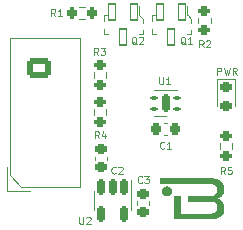
<source format=gto>
G04 #@! TF.GenerationSoftware,KiCad,Pcbnew,8.0.3*
G04 #@! TF.CreationDate,2024-07-19T17:45:39+03:00*
G04 #@! TF.ProjectId,B-TH09C-Brk-01Mbr-R01,422d5448-3039-4432-9d42-726b2d30314d,rev?*
G04 #@! TF.SameCoordinates,Original*
G04 #@! TF.FileFunction,Legend,Top*
G04 #@! TF.FilePolarity,Positive*
%FSLAX46Y46*%
G04 Gerber Fmt 4.6, Leading zero omitted, Abs format (unit mm)*
G04 Created by KiCad (PCBNEW 8.0.3) date 2024-07-19 17:45:39*
%MOMM*%
%LPD*%
G01*
G04 APERTURE LIST*
G04 Aperture macros list*
%AMRoundRect*
0 Rectangle with rounded corners*
0 $1 Rounding radius*
0 $2 $3 $4 $5 $6 $7 $8 $9 X,Y pos of 4 corners*
0 Add a 4 corners polygon primitive as box body*
4,1,4,$2,$3,$4,$5,$6,$7,$8,$9,$2,$3,0*
0 Add four circle primitives for the rounded corners*
1,1,$1+$1,$2,$3*
1,1,$1+$1,$4,$5*
1,1,$1+$1,$6,$7*
1,1,$1+$1,$8,$9*
0 Add four rect primitives between the rounded corners*
20,1,$1+$1,$2,$3,$4,$5,0*
20,1,$1+$1,$4,$5,$6,$7,0*
20,1,$1+$1,$6,$7,$8,$9,0*
20,1,$1+$1,$8,$9,$2,$3,0*%
G04 Aperture macros list end*
%ADD10C,0.000000*%
%ADD11C,0.100000*%
%ADD12C,0.120000*%
%ADD13C,1.000000*%
%ADD14RoundRect,0.150000X-0.150000X0.512500X-0.150000X-0.512500X0.150000X-0.512500X0.150000X0.512500X0*%
%ADD15RoundRect,0.100000X0.200000X0.100000X-0.200000X0.100000X-0.200000X-0.100000X0.200000X-0.100000X0*%
%ADD16RoundRect,0.175000X0.175000X0.625000X-0.175000X0.625000X-0.175000X-0.625000X0.175000X-0.625000X0*%
%ADD17RoundRect,0.200000X-0.200000X-0.275000X0.200000X-0.275000X0.200000X0.275000X-0.200000X0.275000X0*%
%ADD18RoundRect,0.218750X-0.256250X0.218750X-0.256250X-0.218750X0.256250X-0.218750X0.256250X0.218750X0*%
%ADD19RoundRect,0.225000X0.250000X-0.225000X0.250000X0.225000X-0.250000X0.225000X-0.250000X-0.225000X0*%
%ADD20RoundRect,0.070000X-0.300000X0.650000X-0.300000X-0.650000X0.300000X-0.650000X0.300000X0.650000X0*%
%ADD21RoundRect,0.200000X-0.275000X0.200000X-0.275000X-0.200000X0.275000X-0.200000X0.275000X0.200000X0*%
%ADD22RoundRect,0.200000X0.275000X-0.200000X0.275000X0.200000X-0.275000X0.200000X-0.275000X-0.200000X0*%
%ADD23O,1.950000X1.700000*%
%ADD24RoundRect,0.250000X0.725000X-0.600000X0.725000X0.600000X-0.725000X0.600000X-0.725000X-0.600000X0*%
%ADD25RoundRect,0.225000X0.225000X0.250000X-0.225000X0.250000X-0.225000X-0.250000X0.225000X-0.250000X0*%
G04 APERTURE END LIST*
D10*
G36*
X140424745Y-99111293D02*
G01*
X140550000Y-99120000D01*
X140667990Y-99134905D01*
X140778512Y-99156326D01*
X140881361Y-99184584D01*
X140929844Y-99201376D01*
X140976334Y-99219998D01*
X141020803Y-99240490D01*
X141063227Y-99262890D01*
X141103581Y-99287240D01*
X141141838Y-99313579D01*
X141177974Y-99341948D01*
X141211963Y-99372386D01*
X141243779Y-99404933D01*
X141273398Y-99439630D01*
X141300793Y-99476516D01*
X141325939Y-99515631D01*
X141348811Y-99557016D01*
X141369384Y-99600710D01*
X141387631Y-99646754D01*
X141403528Y-99695187D01*
X141417050Y-99746050D01*
X141428169Y-99799382D01*
X141436862Y-99855224D01*
X141443103Y-99913615D01*
X141446866Y-99974596D01*
X141448126Y-100038207D01*
X141447400Y-100079794D01*
X141445244Y-100120177D01*
X141441694Y-100159369D01*
X141436786Y-100197381D01*
X141430555Y-100234225D01*
X141423038Y-100269913D01*
X141414269Y-100304457D01*
X141404284Y-100337868D01*
X141393119Y-100370159D01*
X141380810Y-100401341D01*
X141367391Y-100431427D01*
X141352900Y-100460428D01*
X141337370Y-100488355D01*
X141320839Y-100515222D01*
X141284912Y-100565819D01*
X141245403Y-100612314D01*
X141202599Y-100654802D01*
X141156783Y-100693378D01*
X141108240Y-100728137D01*
X141057256Y-100759173D01*
X141004115Y-100786582D01*
X140949102Y-100810459D01*
X140892501Y-100830899D01*
X140923001Y-100837893D01*
X140953014Y-100846030D01*
X140982507Y-100855310D01*
X141011451Y-100865737D01*
X141039812Y-100877314D01*
X141067560Y-100890041D01*
X141094663Y-100903922D01*
X141121089Y-100918960D01*
X141146807Y-100935155D01*
X141171786Y-100952512D01*
X141195993Y-100971032D01*
X141219398Y-100990717D01*
X141241968Y-101011570D01*
X141263673Y-101033594D01*
X141284480Y-101056790D01*
X141304358Y-101081162D01*
X141323276Y-101106710D01*
X141341202Y-101133439D01*
X141358105Y-101161350D01*
X141373952Y-101190445D01*
X141388713Y-101220728D01*
X141402356Y-101252199D01*
X141414850Y-101284863D01*
X141426162Y-101318720D01*
X141436261Y-101353774D01*
X141445116Y-101390027D01*
X141452695Y-101427481D01*
X141458967Y-101466138D01*
X141463900Y-101506001D01*
X141467463Y-101547073D01*
X141469624Y-101589356D01*
X141470351Y-101632851D01*
X141469137Y-101693550D01*
X141465502Y-101752032D01*
X141459455Y-101808317D01*
X141451006Y-101862423D01*
X141440163Y-101914369D01*
X141426937Y-101964175D01*
X141411338Y-102011859D01*
X141393374Y-102057441D01*
X141373055Y-102100939D01*
X141350391Y-102142373D01*
X141325391Y-102181761D01*
X141298064Y-102219122D01*
X141268420Y-102254476D01*
X141236470Y-102287841D01*
X141202221Y-102319237D01*
X141165683Y-102348681D01*
X141126867Y-102376195D01*
X141085782Y-102401795D01*
X141042436Y-102425502D01*
X140996840Y-102447334D01*
X140949003Y-102467310D01*
X140898935Y-102485450D01*
X140846644Y-102501772D01*
X140792141Y-102516295D01*
X140735436Y-102529038D01*
X140676536Y-102540021D01*
X140615453Y-102549262D01*
X140552195Y-102556780D01*
X140419194Y-102566724D01*
X140277610Y-102570005D01*
X137195744Y-102570005D01*
X137195744Y-100625317D01*
X137797671Y-100625317D01*
X137797671Y-102095871D01*
X140253534Y-102095871D01*
X140327385Y-102094034D01*
X140396806Y-102088466D01*
X140461750Y-102079084D01*
X140522172Y-102065803D01*
X140550673Y-102057675D01*
X140578025Y-102048540D01*
X140604224Y-102038389D01*
X140629264Y-102027210D01*
X140653138Y-102014994D01*
X140675841Y-102001729D01*
X140697368Y-101987406D01*
X140717711Y-101972013D01*
X140736867Y-101955540D01*
X140754829Y-101937978D01*
X140771590Y-101919314D01*
X140787147Y-101899539D01*
X140801491Y-101878643D01*
X140814619Y-101856614D01*
X140826524Y-101833442D01*
X140837200Y-101809117D01*
X140846642Y-101783628D01*
X140854843Y-101756964D01*
X140861799Y-101729116D01*
X140867502Y-101700072D01*
X140871949Y-101669822D01*
X140875132Y-101638356D01*
X140877046Y-101605663D01*
X140877685Y-101571732D01*
X140877137Y-101537908D01*
X140875494Y-101505524D01*
X140872755Y-101474558D01*
X140868921Y-101444984D01*
X140863992Y-101416779D01*
X140857969Y-101389918D01*
X140850851Y-101364378D01*
X140842640Y-101340135D01*
X140833336Y-101317164D01*
X140822939Y-101295441D01*
X140811449Y-101274943D01*
X140798867Y-101255644D01*
X140785193Y-101237522D01*
X140770427Y-101220552D01*
X140754570Y-101204710D01*
X140737622Y-101189971D01*
X140719583Y-101176313D01*
X140700454Y-101163710D01*
X140680235Y-101152139D01*
X140658926Y-101141575D01*
X140636528Y-101131995D01*
X140613041Y-101123374D01*
X140588466Y-101115688D01*
X140562802Y-101108914D01*
X140536051Y-101103027D01*
X140508211Y-101098002D01*
X140449272Y-101090447D01*
X140385986Y-101086055D01*
X140318356Y-101084634D01*
X138399598Y-101084634D01*
X138399598Y-100625317D01*
X140203526Y-100625317D01*
X140275186Y-100623433D01*
X140343500Y-100617710D01*
X140408292Y-100608042D01*
X140469387Y-100594324D01*
X140498493Y-100585913D01*
X140526608Y-100576449D01*
X140553710Y-100565920D01*
X140579778Y-100554312D01*
X140604789Y-100541612D01*
X140628721Y-100527807D01*
X140651552Y-100512884D01*
X140673261Y-100496829D01*
X140693825Y-100479629D01*
X140713221Y-100461271D01*
X140731429Y-100441741D01*
X140748426Y-100421027D01*
X140764190Y-100399115D01*
X140778698Y-100375993D01*
X140791930Y-100351646D01*
X140803862Y-100326061D01*
X140814473Y-100299226D01*
X140823741Y-100271127D01*
X140831643Y-100241750D01*
X140838158Y-100211084D01*
X140843264Y-100179113D01*
X140846938Y-100145826D01*
X140849159Y-100111209D01*
X140849904Y-100075249D01*
X140849303Y-100044205D01*
X140847504Y-100014271D01*
X140844515Y-99985438D01*
X140840343Y-99957699D01*
X140834995Y-99931045D01*
X140828478Y-99905468D01*
X140820799Y-99880960D01*
X140811965Y-99857513D01*
X140801984Y-99835119D01*
X140790862Y-99813769D01*
X140778607Y-99793455D01*
X140765225Y-99774169D01*
X140750725Y-99755904D01*
X140735112Y-99738651D01*
X140718395Y-99722401D01*
X140700579Y-99707147D01*
X140681674Y-99692881D01*
X140661684Y-99679594D01*
X140640619Y-99667278D01*
X140618484Y-99655926D01*
X140595287Y-99645528D01*
X140571034Y-99636077D01*
X140545734Y-99627565D01*
X140519394Y-99619983D01*
X140492019Y-99613324D01*
X140463618Y-99607580D01*
X140434198Y-99602741D01*
X140403765Y-99598800D01*
X140339891Y-99593580D01*
X140272054Y-99591855D01*
X135993742Y-99591855D01*
X135993742Y-99108461D01*
X140292427Y-99108461D01*
X140424745Y-99111293D01*
G37*
G36*
X136617780Y-99786882D02*
G01*
X136639601Y-99788542D01*
X136661105Y-99791274D01*
X136682265Y-99795053D01*
X136703053Y-99799851D01*
X136723443Y-99805641D01*
X136743408Y-99812396D01*
X136762921Y-99820090D01*
X136781954Y-99828695D01*
X136800481Y-99838184D01*
X136818475Y-99848530D01*
X136835909Y-99859706D01*
X136852755Y-99871686D01*
X136868987Y-99884442D01*
X136884578Y-99897947D01*
X136899501Y-99912175D01*
X136913728Y-99927097D01*
X136927233Y-99942688D01*
X136939989Y-99958920D01*
X136951969Y-99975767D01*
X136963145Y-99993200D01*
X136973491Y-100011194D01*
X136982980Y-100029721D01*
X136991585Y-100048754D01*
X136999279Y-100068267D01*
X137006034Y-100088232D01*
X137011824Y-100108622D01*
X137016622Y-100129410D01*
X137020401Y-100150570D01*
X137023133Y-100172074D01*
X137024793Y-100193895D01*
X137025352Y-100216007D01*
X137024793Y-100238118D01*
X137023133Y-100259939D01*
X137020401Y-100281443D01*
X137016622Y-100302603D01*
X137011824Y-100323391D01*
X137006034Y-100343781D01*
X136999279Y-100363746D01*
X136991585Y-100383259D01*
X136982980Y-100402292D01*
X136973491Y-100420819D01*
X136963145Y-100438813D01*
X136951969Y-100456247D01*
X136939989Y-100473093D01*
X136927233Y-100489325D01*
X136913728Y-100504916D01*
X136899501Y-100519839D01*
X136884578Y-100534066D01*
X136868987Y-100547571D01*
X136852755Y-100560327D01*
X136835909Y-100572307D01*
X136818475Y-100583483D01*
X136800481Y-100593829D01*
X136781954Y-100603318D01*
X136762921Y-100611923D01*
X136743408Y-100619617D01*
X136723443Y-100626372D01*
X136703053Y-100632162D01*
X136682265Y-100636960D01*
X136661105Y-100640739D01*
X136639601Y-100643471D01*
X136617780Y-100645131D01*
X136595668Y-100645690D01*
X136573557Y-100645131D01*
X136551736Y-100643471D01*
X136530232Y-100640739D01*
X136509072Y-100636960D01*
X136488284Y-100632162D01*
X136467894Y-100626372D01*
X136447929Y-100619617D01*
X136428416Y-100611923D01*
X136409383Y-100603318D01*
X136390856Y-100593829D01*
X136372862Y-100583483D01*
X136355429Y-100572307D01*
X136338582Y-100560327D01*
X136322350Y-100547571D01*
X136306759Y-100534066D01*
X136291837Y-100519839D01*
X136277609Y-100504916D01*
X136264104Y-100489325D01*
X136251348Y-100473093D01*
X136239368Y-100456247D01*
X136228192Y-100438813D01*
X136217846Y-100420819D01*
X136208357Y-100402292D01*
X136199752Y-100383259D01*
X136192058Y-100363746D01*
X136185303Y-100343781D01*
X136179513Y-100323391D01*
X136174715Y-100302603D01*
X136170936Y-100281443D01*
X136168204Y-100259939D01*
X136166544Y-100238118D01*
X136165985Y-100216007D01*
X136166544Y-100193895D01*
X136168204Y-100172074D01*
X136170936Y-100150570D01*
X136174715Y-100129410D01*
X136179513Y-100108622D01*
X136185303Y-100088232D01*
X136192058Y-100068267D01*
X136199752Y-100048754D01*
X136208357Y-100029721D01*
X136217846Y-100011194D01*
X136228192Y-99993200D01*
X136239368Y-99975767D01*
X136251348Y-99958920D01*
X136264104Y-99942688D01*
X136277609Y-99927097D01*
X136291837Y-99912175D01*
X136306759Y-99897947D01*
X136322350Y-99884442D01*
X136338582Y-99871686D01*
X136355429Y-99859706D01*
X136372862Y-99848530D01*
X136390856Y-99838184D01*
X136409383Y-99828695D01*
X136428416Y-99820090D01*
X136447929Y-99812396D01*
X136467894Y-99805641D01*
X136488284Y-99799851D01*
X136509072Y-99795053D01*
X136530232Y-99791274D01*
X136551736Y-99788542D01*
X136573557Y-99786882D01*
X136595668Y-99786323D01*
X136617780Y-99786882D01*
G37*
D11*
X129192857Y-102372371D02*
X129192857Y-102858085D01*
X129192857Y-102858085D02*
X129221428Y-102915228D01*
X129221428Y-102915228D02*
X129250000Y-102943800D01*
X129250000Y-102943800D02*
X129307142Y-102972371D01*
X129307142Y-102972371D02*
X129421428Y-102972371D01*
X129421428Y-102972371D02*
X129478571Y-102943800D01*
X129478571Y-102943800D02*
X129507142Y-102915228D01*
X129507142Y-102915228D02*
X129535714Y-102858085D01*
X129535714Y-102858085D02*
X129535714Y-102372371D01*
X129792856Y-102429514D02*
X129821428Y-102400942D01*
X129821428Y-102400942D02*
X129878571Y-102372371D01*
X129878571Y-102372371D02*
X130021428Y-102372371D01*
X130021428Y-102372371D02*
X130078571Y-102400942D01*
X130078571Y-102400942D02*
X130107142Y-102429514D01*
X130107142Y-102429514D02*
X130135713Y-102486657D01*
X130135713Y-102486657D02*
X130135713Y-102543800D01*
X130135713Y-102543800D02*
X130107142Y-102629514D01*
X130107142Y-102629514D02*
X129764285Y-102972371D01*
X129764285Y-102972371D02*
X130135713Y-102972371D01*
X135942857Y-90522371D02*
X135942857Y-91008085D01*
X135942857Y-91008085D02*
X135971428Y-91065228D01*
X135971428Y-91065228D02*
X136000000Y-91093800D01*
X136000000Y-91093800D02*
X136057142Y-91122371D01*
X136057142Y-91122371D02*
X136171428Y-91122371D01*
X136171428Y-91122371D02*
X136228571Y-91093800D01*
X136228571Y-91093800D02*
X136257142Y-91065228D01*
X136257142Y-91065228D02*
X136285714Y-91008085D01*
X136285714Y-91008085D02*
X136285714Y-90522371D01*
X136885713Y-91122371D02*
X136542856Y-91122371D01*
X136714285Y-91122371D02*
X136714285Y-90522371D01*
X136714285Y-90522371D02*
X136657142Y-90608085D01*
X136657142Y-90608085D02*
X136599999Y-90665228D01*
X136599999Y-90665228D02*
X136542856Y-90693800D01*
X127150000Y-85372371D02*
X126950000Y-85086657D01*
X126807143Y-85372371D02*
X126807143Y-84772371D01*
X126807143Y-84772371D02*
X127035714Y-84772371D01*
X127035714Y-84772371D02*
X127092857Y-84800942D01*
X127092857Y-84800942D02*
X127121428Y-84829514D01*
X127121428Y-84829514D02*
X127150000Y-84886657D01*
X127150000Y-84886657D02*
X127150000Y-84972371D01*
X127150000Y-84972371D02*
X127121428Y-85029514D01*
X127121428Y-85029514D02*
X127092857Y-85058085D01*
X127092857Y-85058085D02*
X127035714Y-85086657D01*
X127035714Y-85086657D02*
X126807143Y-85086657D01*
X127721428Y-85372371D02*
X127378571Y-85372371D01*
X127550000Y-85372371D02*
X127550000Y-84772371D01*
X127550000Y-84772371D02*
X127492857Y-84858085D01*
X127492857Y-84858085D02*
X127435714Y-84915228D01*
X127435714Y-84915228D02*
X127378571Y-84943800D01*
X140880000Y-90332371D02*
X140880000Y-89732371D01*
X140880000Y-89732371D02*
X141108571Y-89732371D01*
X141108571Y-89732371D02*
X141165714Y-89760942D01*
X141165714Y-89760942D02*
X141194285Y-89789514D01*
X141194285Y-89789514D02*
X141222857Y-89846657D01*
X141222857Y-89846657D02*
X141222857Y-89932371D01*
X141222857Y-89932371D02*
X141194285Y-89989514D01*
X141194285Y-89989514D02*
X141165714Y-90018085D01*
X141165714Y-90018085D02*
X141108571Y-90046657D01*
X141108571Y-90046657D02*
X140880000Y-90046657D01*
X141422857Y-89732371D02*
X141565714Y-90332371D01*
X141565714Y-90332371D02*
X141680000Y-89903800D01*
X141680000Y-89903800D02*
X141794285Y-90332371D01*
X141794285Y-90332371D02*
X141937143Y-89732371D01*
X142508571Y-90332371D02*
X142308571Y-90046657D01*
X142165714Y-90332371D02*
X142165714Y-89732371D01*
X142165714Y-89732371D02*
X142394285Y-89732371D01*
X142394285Y-89732371D02*
X142451428Y-89760942D01*
X142451428Y-89760942D02*
X142479999Y-89789514D01*
X142479999Y-89789514D02*
X142508571Y-89846657D01*
X142508571Y-89846657D02*
X142508571Y-89932371D01*
X142508571Y-89932371D02*
X142479999Y-89989514D01*
X142479999Y-89989514D02*
X142451428Y-90018085D01*
X142451428Y-90018085D02*
X142394285Y-90046657D01*
X142394285Y-90046657D02*
X142165714Y-90046657D01*
X132270000Y-98665228D02*
X132241428Y-98693800D01*
X132241428Y-98693800D02*
X132155714Y-98722371D01*
X132155714Y-98722371D02*
X132098571Y-98722371D01*
X132098571Y-98722371D02*
X132012857Y-98693800D01*
X132012857Y-98693800D02*
X131955714Y-98636657D01*
X131955714Y-98636657D02*
X131927143Y-98579514D01*
X131927143Y-98579514D02*
X131898571Y-98465228D01*
X131898571Y-98465228D02*
X131898571Y-98379514D01*
X131898571Y-98379514D02*
X131927143Y-98265228D01*
X131927143Y-98265228D02*
X131955714Y-98208085D01*
X131955714Y-98208085D02*
X132012857Y-98150942D01*
X132012857Y-98150942D02*
X132098571Y-98122371D01*
X132098571Y-98122371D02*
X132155714Y-98122371D01*
X132155714Y-98122371D02*
X132241428Y-98150942D01*
X132241428Y-98150942D02*
X132270000Y-98179514D01*
X132498571Y-98179514D02*
X132527143Y-98150942D01*
X132527143Y-98150942D02*
X132584286Y-98122371D01*
X132584286Y-98122371D02*
X132727143Y-98122371D01*
X132727143Y-98122371D02*
X132784286Y-98150942D01*
X132784286Y-98150942D02*
X132812857Y-98179514D01*
X132812857Y-98179514D02*
X132841428Y-98236657D01*
X132841428Y-98236657D02*
X132841428Y-98293800D01*
X132841428Y-98293800D02*
X132812857Y-98379514D01*
X132812857Y-98379514D02*
X132470000Y-98722371D01*
X132470000Y-98722371D02*
X132841428Y-98722371D01*
X138202857Y-87779514D02*
X138145714Y-87750942D01*
X138145714Y-87750942D02*
X138088571Y-87693800D01*
X138088571Y-87693800D02*
X138002857Y-87608085D01*
X138002857Y-87608085D02*
X137945714Y-87579514D01*
X137945714Y-87579514D02*
X137888571Y-87579514D01*
X137917142Y-87722371D02*
X137860000Y-87693800D01*
X137860000Y-87693800D02*
X137802857Y-87636657D01*
X137802857Y-87636657D02*
X137774285Y-87522371D01*
X137774285Y-87522371D02*
X137774285Y-87322371D01*
X137774285Y-87322371D02*
X137802857Y-87208085D01*
X137802857Y-87208085D02*
X137860000Y-87150942D01*
X137860000Y-87150942D02*
X137917142Y-87122371D01*
X137917142Y-87122371D02*
X138031428Y-87122371D01*
X138031428Y-87122371D02*
X138088571Y-87150942D01*
X138088571Y-87150942D02*
X138145714Y-87208085D01*
X138145714Y-87208085D02*
X138174285Y-87322371D01*
X138174285Y-87322371D02*
X138174285Y-87522371D01*
X138174285Y-87522371D02*
X138145714Y-87636657D01*
X138145714Y-87636657D02*
X138088571Y-87693800D01*
X138088571Y-87693800D02*
X138031428Y-87722371D01*
X138031428Y-87722371D02*
X137917142Y-87722371D01*
X138745713Y-87722371D02*
X138402856Y-87722371D01*
X138574285Y-87722371D02*
X138574285Y-87122371D01*
X138574285Y-87122371D02*
X138517142Y-87208085D01*
X138517142Y-87208085D02*
X138459999Y-87265228D01*
X138459999Y-87265228D02*
X138402856Y-87293800D01*
X139700000Y-88022371D02*
X139500000Y-87736657D01*
X139357143Y-88022371D02*
X139357143Y-87422371D01*
X139357143Y-87422371D02*
X139585714Y-87422371D01*
X139585714Y-87422371D02*
X139642857Y-87450942D01*
X139642857Y-87450942D02*
X139671428Y-87479514D01*
X139671428Y-87479514D02*
X139700000Y-87536657D01*
X139700000Y-87536657D02*
X139700000Y-87622371D01*
X139700000Y-87622371D02*
X139671428Y-87679514D01*
X139671428Y-87679514D02*
X139642857Y-87708085D01*
X139642857Y-87708085D02*
X139585714Y-87736657D01*
X139585714Y-87736657D02*
X139357143Y-87736657D01*
X139928571Y-87479514D02*
X139957143Y-87450942D01*
X139957143Y-87450942D02*
X140014286Y-87422371D01*
X140014286Y-87422371D02*
X140157143Y-87422371D01*
X140157143Y-87422371D02*
X140214286Y-87450942D01*
X140214286Y-87450942D02*
X140242857Y-87479514D01*
X140242857Y-87479514D02*
X140271428Y-87536657D01*
X140271428Y-87536657D02*
X140271428Y-87593800D01*
X140271428Y-87593800D02*
X140242857Y-87679514D01*
X140242857Y-87679514D02*
X139900000Y-88022371D01*
X139900000Y-88022371D02*
X140271428Y-88022371D01*
X130800000Y-88672371D02*
X130600000Y-88386657D01*
X130457143Y-88672371D02*
X130457143Y-88072371D01*
X130457143Y-88072371D02*
X130685714Y-88072371D01*
X130685714Y-88072371D02*
X130742857Y-88100942D01*
X130742857Y-88100942D02*
X130771428Y-88129514D01*
X130771428Y-88129514D02*
X130800000Y-88186657D01*
X130800000Y-88186657D02*
X130800000Y-88272371D01*
X130800000Y-88272371D02*
X130771428Y-88329514D01*
X130771428Y-88329514D02*
X130742857Y-88358085D01*
X130742857Y-88358085D02*
X130685714Y-88386657D01*
X130685714Y-88386657D02*
X130457143Y-88386657D01*
X131000000Y-88072371D02*
X131371428Y-88072371D01*
X131371428Y-88072371D02*
X131171428Y-88300942D01*
X131171428Y-88300942D02*
X131257143Y-88300942D01*
X131257143Y-88300942D02*
X131314286Y-88329514D01*
X131314286Y-88329514D02*
X131342857Y-88358085D01*
X131342857Y-88358085D02*
X131371428Y-88415228D01*
X131371428Y-88415228D02*
X131371428Y-88558085D01*
X131371428Y-88558085D02*
X131342857Y-88615228D01*
X131342857Y-88615228D02*
X131314286Y-88643800D01*
X131314286Y-88643800D02*
X131257143Y-88672371D01*
X131257143Y-88672371D02*
X131085714Y-88672371D01*
X131085714Y-88672371D02*
X131028571Y-88643800D01*
X131028571Y-88643800D02*
X131000000Y-88615228D01*
X130850000Y-95722371D02*
X130650000Y-95436657D01*
X130507143Y-95722371D02*
X130507143Y-95122371D01*
X130507143Y-95122371D02*
X130735714Y-95122371D01*
X130735714Y-95122371D02*
X130792857Y-95150942D01*
X130792857Y-95150942D02*
X130821428Y-95179514D01*
X130821428Y-95179514D02*
X130850000Y-95236657D01*
X130850000Y-95236657D02*
X130850000Y-95322371D01*
X130850000Y-95322371D02*
X130821428Y-95379514D01*
X130821428Y-95379514D02*
X130792857Y-95408085D01*
X130792857Y-95408085D02*
X130735714Y-95436657D01*
X130735714Y-95436657D02*
X130507143Y-95436657D01*
X131364286Y-95322371D02*
X131364286Y-95722371D01*
X131221428Y-95093800D02*
X131078571Y-95522371D01*
X131078571Y-95522371D02*
X131450000Y-95522371D01*
X134500000Y-99465228D02*
X134471428Y-99493800D01*
X134471428Y-99493800D02*
X134385714Y-99522371D01*
X134385714Y-99522371D02*
X134328571Y-99522371D01*
X134328571Y-99522371D02*
X134242857Y-99493800D01*
X134242857Y-99493800D02*
X134185714Y-99436657D01*
X134185714Y-99436657D02*
X134157143Y-99379514D01*
X134157143Y-99379514D02*
X134128571Y-99265228D01*
X134128571Y-99265228D02*
X134128571Y-99179514D01*
X134128571Y-99179514D02*
X134157143Y-99065228D01*
X134157143Y-99065228D02*
X134185714Y-99008085D01*
X134185714Y-99008085D02*
X134242857Y-98950942D01*
X134242857Y-98950942D02*
X134328571Y-98922371D01*
X134328571Y-98922371D02*
X134385714Y-98922371D01*
X134385714Y-98922371D02*
X134471428Y-98950942D01*
X134471428Y-98950942D02*
X134500000Y-98979514D01*
X134700000Y-98922371D02*
X135071428Y-98922371D01*
X135071428Y-98922371D02*
X134871428Y-99150942D01*
X134871428Y-99150942D02*
X134957143Y-99150942D01*
X134957143Y-99150942D02*
X135014286Y-99179514D01*
X135014286Y-99179514D02*
X135042857Y-99208085D01*
X135042857Y-99208085D02*
X135071428Y-99265228D01*
X135071428Y-99265228D02*
X135071428Y-99408085D01*
X135071428Y-99408085D02*
X135042857Y-99465228D01*
X135042857Y-99465228D02*
X135014286Y-99493800D01*
X135014286Y-99493800D02*
X134957143Y-99522371D01*
X134957143Y-99522371D02*
X134785714Y-99522371D01*
X134785714Y-99522371D02*
X134728571Y-99493800D01*
X134728571Y-99493800D02*
X134700000Y-99465228D01*
X141510000Y-98752371D02*
X141310000Y-98466657D01*
X141167143Y-98752371D02*
X141167143Y-98152371D01*
X141167143Y-98152371D02*
X141395714Y-98152371D01*
X141395714Y-98152371D02*
X141452857Y-98180942D01*
X141452857Y-98180942D02*
X141481428Y-98209514D01*
X141481428Y-98209514D02*
X141510000Y-98266657D01*
X141510000Y-98266657D02*
X141510000Y-98352371D01*
X141510000Y-98352371D02*
X141481428Y-98409514D01*
X141481428Y-98409514D02*
X141452857Y-98438085D01*
X141452857Y-98438085D02*
X141395714Y-98466657D01*
X141395714Y-98466657D02*
X141167143Y-98466657D01*
X142052857Y-98152371D02*
X141767143Y-98152371D01*
X141767143Y-98152371D02*
X141738571Y-98438085D01*
X141738571Y-98438085D02*
X141767143Y-98409514D01*
X141767143Y-98409514D02*
X141824286Y-98380942D01*
X141824286Y-98380942D02*
X141967143Y-98380942D01*
X141967143Y-98380942D02*
X142024286Y-98409514D01*
X142024286Y-98409514D02*
X142052857Y-98438085D01*
X142052857Y-98438085D02*
X142081428Y-98495228D01*
X142081428Y-98495228D02*
X142081428Y-98638085D01*
X142081428Y-98638085D02*
X142052857Y-98695228D01*
X142052857Y-98695228D02*
X142024286Y-98723800D01*
X142024286Y-98723800D02*
X141967143Y-98752371D01*
X141967143Y-98752371D02*
X141824286Y-98752371D01*
X141824286Y-98752371D02*
X141767143Y-98723800D01*
X141767143Y-98723800D02*
X141738571Y-98695228D01*
X134042857Y-87779514D02*
X133985714Y-87750942D01*
X133985714Y-87750942D02*
X133928571Y-87693800D01*
X133928571Y-87693800D02*
X133842857Y-87608085D01*
X133842857Y-87608085D02*
X133785714Y-87579514D01*
X133785714Y-87579514D02*
X133728571Y-87579514D01*
X133757142Y-87722371D02*
X133700000Y-87693800D01*
X133700000Y-87693800D02*
X133642857Y-87636657D01*
X133642857Y-87636657D02*
X133614285Y-87522371D01*
X133614285Y-87522371D02*
X133614285Y-87322371D01*
X133614285Y-87322371D02*
X133642857Y-87208085D01*
X133642857Y-87208085D02*
X133700000Y-87150942D01*
X133700000Y-87150942D02*
X133757142Y-87122371D01*
X133757142Y-87122371D02*
X133871428Y-87122371D01*
X133871428Y-87122371D02*
X133928571Y-87150942D01*
X133928571Y-87150942D02*
X133985714Y-87208085D01*
X133985714Y-87208085D02*
X134014285Y-87322371D01*
X134014285Y-87322371D02*
X134014285Y-87522371D01*
X134014285Y-87522371D02*
X133985714Y-87636657D01*
X133985714Y-87636657D02*
X133928571Y-87693800D01*
X133928571Y-87693800D02*
X133871428Y-87722371D01*
X133871428Y-87722371D02*
X133757142Y-87722371D01*
X134242856Y-87179514D02*
X134271428Y-87150942D01*
X134271428Y-87150942D02*
X134328571Y-87122371D01*
X134328571Y-87122371D02*
X134471428Y-87122371D01*
X134471428Y-87122371D02*
X134528571Y-87150942D01*
X134528571Y-87150942D02*
X134557142Y-87179514D01*
X134557142Y-87179514D02*
X134585713Y-87236657D01*
X134585713Y-87236657D02*
X134585713Y-87293800D01*
X134585713Y-87293800D02*
X134557142Y-87379514D01*
X134557142Y-87379514D02*
X134214285Y-87722371D01*
X134214285Y-87722371D02*
X134585713Y-87722371D01*
X136390000Y-96555228D02*
X136361428Y-96583800D01*
X136361428Y-96583800D02*
X136275714Y-96612371D01*
X136275714Y-96612371D02*
X136218571Y-96612371D01*
X136218571Y-96612371D02*
X136132857Y-96583800D01*
X136132857Y-96583800D02*
X136075714Y-96526657D01*
X136075714Y-96526657D02*
X136047143Y-96469514D01*
X136047143Y-96469514D02*
X136018571Y-96355228D01*
X136018571Y-96355228D02*
X136018571Y-96269514D01*
X136018571Y-96269514D02*
X136047143Y-96155228D01*
X136047143Y-96155228D02*
X136075714Y-96098085D01*
X136075714Y-96098085D02*
X136132857Y-96040942D01*
X136132857Y-96040942D02*
X136218571Y-96012371D01*
X136218571Y-96012371D02*
X136275714Y-96012371D01*
X136275714Y-96012371D02*
X136361428Y-96040942D01*
X136361428Y-96040942D02*
X136390000Y-96069514D01*
X136961428Y-96612371D02*
X136618571Y-96612371D01*
X136790000Y-96612371D02*
X136790000Y-96012371D01*
X136790000Y-96012371D02*
X136732857Y-96098085D01*
X136732857Y-96098085D02*
X136675714Y-96155228D01*
X136675714Y-96155228D02*
X136618571Y-96183800D01*
D12*
X130440000Y-101020000D02*
X130440000Y-100220000D01*
X130440000Y-101020000D02*
X130440000Y-101820000D01*
X133560000Y-101020000D02*
X133560000Y-99220000D01*
X133560000Y-101020000D02*
X133560000Y-101820000D01*
X136485000Y-93870000D02*
X135485000Y-93870000D01*
X137485000Y-91650000D02*
X135485000Y-91650000D01*
X129162742Y-84577500D02*
X129637258Y-84577500D01*
X129162742Y-85622500D02*
X129637258Y-85622500D01*
X140875000Y-90695000D02*
X140875000Y-92980000D01*
X142345000Y-90695000D02*
X140875000Y-90695000D01*
X142345000Y-92980000D02*
X142345000Y-90695000D01*
X130520000Y-97550580D02*
X130520000Y-97269420D01*
X131540000Y-97550580D02*
X131540000Y-97269420D01*
D11*
X135320000Y-85275000D02*
X135670000Y-85275000D01*
X135320000Y-85750000D02*
X135320000Y-85275000D01*
X135320000Y-86925000D02*
X135320000Y-86475000D01*
X135545000Y-86925000D02*
X135670000Y-86925000D01*
X135620000Y-86925000D02*
X135320000Y-86925000D01*
X138295000Y-85275000D02*
X138295000Y-84500000D01*
X138345000Y-85275000D02*
X138295000Y-85275000D01*
X138620000Y-85650000D02*
X138345000Y-85275000D01*
X138620000Y-85925000D02*
X138620000Y-85650000D01*
X138620000Y-86550000D02*
X138620000Y-86925000D01*
X138620000Y-86925000D02*
X138320000Y-86925000D01*
D12*
X139247500Y-85527742D02*
X139247500Y-86002258D01*
X140292500Y-85527742D02*
X140292500Y-86002258D01*
X130397500Y-90587258D02*
X130397500Y-90112742D01*
X131442500Y-90587258D02*
X131442500Y-90112742D01*
X130397500Y-93737258D02*
X130397500Y-93262742D01*
X131442500Y-93737258D02*
X131442500Y-93262742D01*
X134090000Y-101350580D02*
X134090000Y-101069420D01*
X135110000Y-101350580D02*
X135110000Y-101069420D01*
X141057500Y-96617258D02*
X141057500Y-96142742D01*
X142102500Y-96617258D02*
X142102500Y-96142742D01*
D11*
X131250000Y-85275000D02*
X131600000Y-85275000D01*
X131250000Y-85750000D02*
X131250000Y-85275000D01*
X131250000Y-86925000D02*
X131250000Y-86475000D01*
X131475000Y-86925000D02*
X131600000Y-86925000D01*
X131550000Y-86925000D02*
X131250000Y-86925000D01*
X134225000Y-85275000D02*
X134225000Y-84500000D01*
X134275000Y-85275000D02*
X134225000Y-85275000D01*
X134550000Y-85650000D02*
X134275000Y-85275000D01*
X134550000Y-85925000D02*
X134550000Y-85650000D01*
X134550000Y-86550000D02*
X134550000Y-86925000D01*
X134550000Y-86925000D02*
X134250000Y-86925000D01*
D12*
X123020000Y-98160000D02*
X123020000Y-100160000D01*
X123020000Y-100160000D02*
X125020000Y-100160000D01*
X123310000Y-87250000D02*
X123310000Y-98834000D01*
X123310000Y-98834000D02*
X124246000Y-99870000D01*
X124246000Y-99870000D02*
X129280000Y-99870000D01*
X129280000Y-87250000D02*
X123310000Y-87250000D01*
X129280000Y-99870000D02*
X129280000Y-87250000D01*
X136630580Y-94400000D02*
X136349420Y-94400000D01*
X136630580Y-95420000D02*
X136349420Y-95420000D01*
%LPC*%
D13*
X141830000Y-85410000D03*
X124900000Y-101920000D03*
D14*
X132950000Y-99882500D03*
X132000000Y-99882500D03*
X131050000Y-99882500D03*
X131050000Y-102157500D03*
X132950000Y-102157500D03*
D15*
X137435000Y-93230000D03*
X137445000Y-92280000D03*
X135535000Y-92280000D03*
X135535000Y-93230000D03*
D16*
X136485000Y-92760000D03*
D17*
X128575000Y-85100000D03*
X130225000Y-85100000D03*
D18*
X141610000Y-91392500D03*
X141610000Y-92967500D03*
D19*
X131030000Y-98185000D03*
X131030000Y-96635000D03*
D20*
X137920000Y-85050000D03*
X136020000Y-85050000D03*
X136970000Y-87150000D03*
D21*
X139770000Y-84940000D03*
X139770000Y-86590000D03*
D22*
X130920000Y-91175000D03*
X130920000Y-89525000D03*
X130920000Y-94325000D03*
X130920000Y-92675000D03*
D19*
X134600000Y-101985000D03*
X134600000Y-100435000D03*
D22*
X141580000Y-97205000D03*
X141580000Y-95555000D03*
D20*
X133850000Y-85050000D03*
X131950000Y-85050000D03*
X132900000Y-87150000D03*
D23*
X125770000Y-97310000D03*
X125770000Y-94810000D03*
X125770000Y-92310000D03*
D24*
X125770000Y-89810000D03*
D25*
X137265000Y-94910000D03*
X135715000Y-94910000D03*
%LPD*%
M02*

</source>
